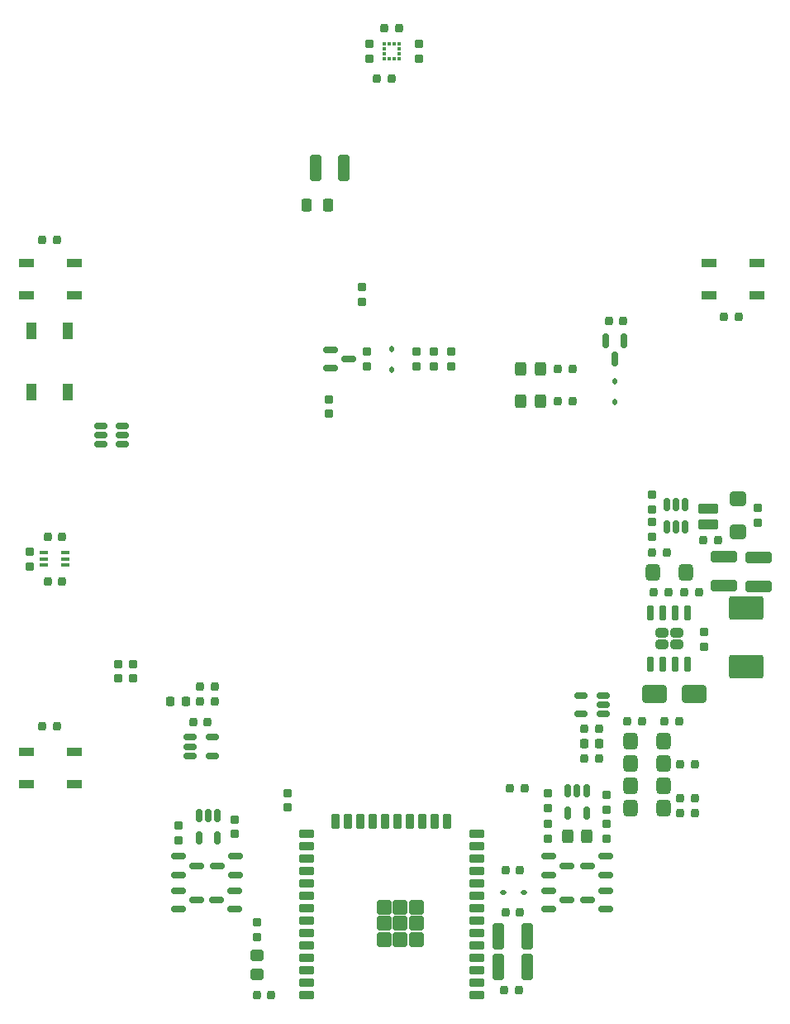
<source format=gbr>
%TF.GenerationSoftware,KiCad,Pcbnew,8.0.3*%
%TF.CreationDate,2024-07-03T22:49:40+02:00*%
%TF.ProjectId,Robuoy-Sub,526f6275-6f79-42d5-9375-622e6b696361,rev?*%
%TF.SameCoordinates,Original*%
%TF.FileFunction,Paste,Top*%
%TF.FilePolarity,Positive*%
%FSLAX46Y46*%
G04 Gerber Fmt 4.6, Leading zero omitted, Abs format (unit mm)*
G04 Created by KiCad (PCBNEW 8.0.3) date 2024-07-03 22:49:40*
%MOMM*%
%LPD*%
G01*
G04 APERTURE LIST*
G04 Aperture macros list*
%AMRoundRect*
0 Rectangle with rounded corners*
0 $1 Rounding radius*
0 $2 $3 $4 $5 $6 $7 $8 $9 X,Y pos of 4 corners*
0 Add a 4 corners polygon primitive as box body*
4,1,4,$2,$3,$4,$5,$6,$7,$8,$9,$2,$3,0*
0 Add four circle primitives for the rounded corners*
1,1,$1+$1,$2,$3*
1,1,$1+$1,$4,$5*
1,1,$1+$1,$6,$7*
1,1,$1+$1,$8,$9*
0 Add four rect primitives between the rounded corners*
20,1,$1+$1,$2,$3,$4,$5,0*
20,1,$1+$1,$4,$5,$6,$7,0*
20,1,$1+$1,$6,$7,$8,$9,0*
20,1,$1+$1,$8,$9,$2,$3,0*%
G04 Aperture macros list end*
%ADD10RoundRect,0.200000X-0.250000X0.200000X-0.250000X-0.200000X0.250000X-0.200000X0.250000X0.200000X0*%
%ADD11RoundRect,0.300000X-0.300000X-0.400000X0.300000X-0.400000X0.300000X0.400000X-0.300000X0.400000X0*%
%ADD12R,1.500000X0.900000*%
%ADD13RoundRect,0.150000X-0.587500X-0.150000X0.587500X-0.150000X0.587500X0.150000X-0.587500X0.150000X0*%
%ADD14RoundRect,0.200000X0.250000X-0.200000X0.250000X0.200000X-0.250000X0.200000X-0.250000X-0.200000X0*%
%ADD15RoundRect,0.375000X0.375000X0.475000X-0.375000X0.475000X-0.375000X-0.475000X0.375000X-0.475000X0*%
%ADD16RoundRect,0.200000X-0.200000X-0.250000X0.200000X-0.250000X0.200000X0.250000X-0.200000X0.250000X0*%
%ADD17RoundRect,0.200000X0.200000X0.250000X-0.200000X0.250000X-0.200000X-0.250000X0.200000X-0.250000X0*%
%ADD18RoundRect,0.250000X-0.325000X-1.100000X0.325000X-1.100000X0.325000X1.100000X-0.325000X1.100000X0*%
%ADD19RoundRect,0.250000X1.100000X-0.325000X1.100000X0.325000X-1.100000X0.325000X-1.100000X-0.325000X0*%
%ADD20RoundRect,0.250000X1.000000X0.650000X-1.000000X0.650000X-1.000000X-0.650000X1.000000X-0.650000X0*%
%ADD21RoundRect,0.150000X0.587500X0.150000X-0.587500X0.150000X-0.587500X-0.150000X0.587500X-0.150000X0*%
%ADD22RoundRect,0.100000X-0.350000X-0.100000X0.350000X-0.100000X0.350000X0.100000X-0.350000X0.100000X0*%
%ADD23RoundRect,0.150000X0.512500X0.150000X-0.512500X0.150000X-0.512500X-0.150000X0.512500X-0.150000X0*%
%ADD24RoundRect,0.150000X-0.150000X0.512500X-0.150000X-0.512500X0.150000X-0.512500X0.150000X0.512500X0*%
%ADD25R,0.350000X0.375000*%
%ADD26R,0.375000X0.350000*%
%ADD27RoundRect,0.112500X-0.187500X-0.112500X0.187500X-0.112500X0.187500X0.112500X-0.187500X0.112500X0*%
%ADD28RoundRect,0.218750X0.218750X0.256250X-0.218750X0.256250X-0.218750X-0.256250X0.218750X-0.256250X0*%
%ADD29RoundRect,0.112500X0.112500X-0.187500X0.112500X0.187500X-0.112500X0.187500X-0.112500X-0.187500X0*%
%ADD30RoundRect,0.230769X1.519231X-0.969231X1.519231X0.969231X-1.519231X0.969231X-1.519231X-0.969231X0*%
%ADD31RoundRect,0.375000X0.475000X-0.375000X0.475000X0.375000X-0.475000X0.375000X-0.475000X-0.375000X0*%
%ADD32RoundRect,0.218750X-0.218750X-0.256250X0.218750X-0.256250X0.218750X0.256250X-0.218750X0.256250X0*%
%ADD33R,1.000000X1.700000*%
%ADD34RoundRect,0.375000X-0.375000X-0.475000X0.375000X-0.475000X0.375000X0.475000X-0.375000X0.475000X0*%
%ADD35RoundRect,0.099705X0.622795X-0.622795X0.622795X0.622795X-0.622795X0.622795X-0.622795X-0.622795X0*%
%ADD36RoundRect,0.225000X0.525000X0.225000X-0.525000X0.225000X-0.525000X-0.225000X0.525000X-0.225000X0*%
%ADD37RoundRect,0.225000X-0.225000X0.525000X-0.225000X-0.525000X0.225000X-0.525000X0.225000X0.525000X0*%
%ADD38RoundRect,0.091346X0.958654X-0.383654X0.958654X0.383654X-0.958654X0.383654X-0.958654X-0.383654X0*%
%ADD39RoundRect,0.275000X0.275000X0.375000X-0.275000X0.375000X-0.275000X-0.375000X0.275000X-0.375000X0*%
%ADD40RoundRect,0.242500X-0.402500X0.242500X-0.402500X-0.242500X0.402500X-0.242500X0.402500X0.242500X0*%
%ADD41RoundRect,0.150000X-0.150000X0.650000X-0.150000X-0.650000X0.150000X-0.650000X0.150000X0.650000X0*%
%ADD42RoundRect,0.150000X-0.150000X0.587500X-0.150000X-0.587500X0.150000X-0.587500X0.150000X0.587500X0*%
%ADD43RoundRect,0.150000X-0.512500X-0.150000X0.512500X-0.150000X0.512500X0.150000X-0.512500X0.150000X0*%
%ADD44RoundRect,0.300000X0.400000X-0.300000X0.400000X0.300000X-0.400000X0.300000X-0.400000X-0.300000X0*%
G04 APERTURE END LIST*
D10*
%TO.C,R113*%
X131906000Y-75296000D03*
X131906000Y-76796000D03*
%TD*%
D11*
%TO.C,D206*%
X143810000Y-124890000D03*
X145810000Y-124890000D03*
%TD*%
D12*
%TO.C,D103*%
X88360000Y-116240000D03*
X88360000Y-119540000D03*
X93260000Y-119540000D03*
X93260000Y-116240000D03*
%TD*%
D13*
%TO.C,Q203*%
X103935000Y-130440000D03*
X103935000Y-132340000D03*
X105810000Y-131390000D03*
%TD*%
D14*
%TO.C,C101*%
X97810000Y-108740000D03*
X97810000Y-107240000D03*
%TD*%
D15*
%TO.C,C204*%
X153672000Y-119734000D03*
X150272000Y-119734000D03*
%TD*%
D16*
%TO.C,C119*%
X90008000Y-113638000D03*
X91508000Y-113638000D03*
%TD*%
D17*
%TO.C,R206*%
X144324000Y-80364000D03*
X142824000Y-80364000D03*
%TD*%
D10*
%TO.C,R208*%
X112040000Y-133690000D03*
X112040000Y-135190000D03*
%TD*%
D17*
%TO.C,R205*%
X154160000Y-99922000D03*
X152660000Y-99922000D03*
%TD*%
D18*
%TO.C,C113*%
X117985000Y-56488000D03*
X120935000Y-56488000D03*
%TD*%
D14*
%TO.C,R213*%
X152480000Y-91395500D03*
X152480000Y-89895500D03*
%TD*%
D19*
%TO.C,C212*%
X159846000Y-99224000D03*
X159846000Y-96274000D03*
%TD*%
D16*
%TO.C,R105*%
X90560000Y-98769000D03*
X92060000Y-98769000D03*
%TD*%
D10*
%TO.C,C106*%
X123524000Y-43800000D03*
X123524000Y-45300000D03*
%TD*%
D13*
%TO.C,Q204*%
X141872500Y-126940000D03*
X141872500Y-128840000D03*
X143747500Y-127890000D03*
%TD*%
D16*
%TO.C,R201*%
X155360000Y-122490000D03*
X156860000Y-122490000D03*
%TD*%
D20*
%TO.C,D202*%
X156766000Y-110336000D03*
X152766000Y-110336000D03*
%TD*%
D15*
%TO.C,C201*%
X153672000Y-122020000D03*
X150272000Y-122020000D03*
%TD*%
D14*
%TO.C,C116*%
X128604000Y-45300000D03*
X128604000Y-43800000D03*
%TD*%
D21*
%TO.C,Q206*%
X147747500Y-128840000D03*
X147747500Y-126940000D03*
X145872500Y-127890000D03*
%TD*%
D16*
%TO.C,C110*%
X145560000Y-113890000D03*
X147060000Y-113890000D03*
%TD*%
D12*
%TO.C,D107*%
X158360000Y-66240000D03*
X158360000Y-69540000D03*
X163260000Y-69540000D03*
X163260000Y-66240000D03*
%TD*%
D10*
%TO.C,R107*%
X123270000Y-75296000D03*
X123270000Y-76796000D03*
%TD*%
D19*
%TO.C,C211*%
X163402000Y-99273000D03*
X163402000Y-96323000D03*
%TD*%
D15*
%TO.C,C203*%
X153672000Y-117448000D03*
X150272000Y-117448000D03*
%TD*%
D16*
%TO.C,R207*%
X142824000Y-77062000D03*
X144324000Y-77062000D03*
%TD*%
D22*
%TO.C,U104*%
X90210000Y-95833000D03*
X90210000Y-96483000D03*
X90210000Y-97133000D03*
X92410000Y-97133000D03*
X92410000Y-96483000D03*
X92410000Y-95833000D03*
%TD*%
D16*
%TO.C,C114*%
X125060000Y-42176000D03*
X126560000Y-42176000D03*
%TD*%
%TO.C,C117*%
X90008000Y-63854000D03*
X91508000Y-63854000D03*
%TD*%
D11*
%TO.C,D203*%
X139018000Y-80364000D03*
X141018000Y-80364000D03*
%TD*%
D23*
%TO.C,U102*%
X98247500Y-84740000D03*
X98247500Y-83790000D03*
X98247500Y-82840000D03*
X95972500Y-82840000D03*
X95972500Y-83790000D03*
X95972500Y-84740000D03*
%TD*%
D11*
%TO.C,D204*%
X139018000Y-77062000D03*
X141018000Y-77062000D03*
%TD*%
D17*
%TO.C,R108*%
X149560000Y-72090000D03*
X148060000Y-72090000D03*
%TD*%
D16*
%TO.C,R109*%
X106160000Y-111090000D03*
X107660000Y-111090000D03*
%TD*%
%TO.C,C205*%
X153762000Y-113130000D03*
X155262000Y-113130000D03*
%TD*%
%TO.C,C118*%
X159858000Y-71728000D03*
X161358000Y-71728000D03*
%TD*%
D14*
%TO.C,C108*%
X119410000Y-81640000D03*
X119410000Y-80140000D03*
%TD*%
D24*
%TO.C,U202*%
X107960000Y-122770000D03*
X107010000Y-122770000D03*
X106060000Y-122770000D03*
X106060000Y-125045000D03*
X107960000Y-125045000D03*
%TD*%
D25*
%TO.C,U103*%
X125060000Y-45312500D03*
X125560000Y-45312500D03*
X126060000Y-45312500D03*
X126560000Y-45312500D03*
D26*
X126572500Y-44800000D03*
X126572500Y-44300000D03*
D25*
X126560000Y-43787500D03*
X126060000Y-43787500D03*
X125560000Y-43787500D03*
X125060000Y-43787500D03*
D26*
X125047500Y-44300000D03*
X125047500Y-44800000D03*
%TD*%
D27*
%TO.C,D201*%
X137260000Y-130656000D03*
X139360000Y-130656000D03*
%TD*%
D21*
%TO.C,Q205*%
X109810000Y-128840000D03*
X109810000Y-126940000D03*
X107935000Y-127890000D03*
%TD*%
D28*
%TO.C,D106*%
X147097500Y-115390000D03*
X145522500Y-115390000D03*
%TD*%
D17*
%TO.C,C111*%
X106960000Y-113190000D03*
X105460000Y-113190000D03*
%TD*%
D24*
%TO.C,U203*%
X145760000Y-120252500D03*
X144810000Y-120252500D03*
X143860000Y-120252500D03*
X143860000Y-122527500D03*
X145760000Y-122527500D03*
%TD*%
D12*
%TO.C,D104*%
X88360000Y-66240000D03*
X88360000Y-69540000D03*
X93260000Y-69540000D03*
X93260000Y-66240000D03*
%TD*%
D18*
%TO.C,C103*%
X136735000Y-138290000D03*
X139685000Y-138290000D03*
%TD*%
D10*
%TO.C,R102*%
X99334000Y-107240000D03*
X99334000Y-108740000D03*
%TD*%
D29*
%TO.C,D101*%
X125810000Y-77096000D03*
X125810000Y-74996000D03*
%TD*%
D14*
%TO.C,C115*%
X88770000Y-97233000D03*
X88770000Y-95733000D03*
%TD*%
%TO.C,R211*%
X141810000Y-125140000D03*
X141810000Y-123640000D03*
%TD*%
D23*
%TO.C,U106*%
X147447500Y-112340000D03*
X147447500Y-111390000D03*
X147447500Y-110440000D03*
X145172500Y-110440000D03*
X145172500Y-112340000D03*
%TD*%
D13*
%TO.C,Q202*%
X141872500Y-130440000D03*
X141872500Y-132340000D03*
X143747500Y-131390000D03*
%TD*%
D14*
%TO.C,C217*%
X141812000Y-122008000D03*
X141812000Y-120508000D03*
%TD*%
D30*
%TO.C,L201*%
X162135643Y-107538081D03*
X162135643Y-101538081D03*
%TD*%
D31*
%TO.C,C214*%
X161304000Y-93748000D03*
X161304000Y-90348000D03*
%TD*%
D14*
%TO.C,C210*%
X109710000Y-124657500D03*
X109710000Y-123157500D03*
%TD*%
D21*
%TO.C,Q201*%
X109747500Y-132340000D03*
X109747500Y-130440000D03*
X107872500Y-131390000D03*
%TD*%
D32*
%TO.C,D105*%
X103122500Y-111090000D03*
X104697500Y-111090000D03*
%TD*%
D33*
%TO.C,SW103*%
X88858000Y-79450000D03*
X88858000Y-73150000D03*
X92658000Y-79450000D03*
X92658000Y-73150000D03*
%TD*%
D34*
%TO.C,C218*%
X152558000Y-97890000D03*
X155958000Y-97890000D03*
%TD*%
D16*
%TO.C,C207*%
X137460000Y-128370000D03*
X138960000Y-128370000D03*
%TD*%
D17*
%TO.C,R204*%
X157294000Y-99922000D03*
X155794000Y-99922000D03*
%TD*%
D35*
%TO.C,U101*%
X125010000Y-135462000D03*
X126670000Y-135462000D03*
X128330000Y-135462000D03*
X125010000Y-133802000D03*
X126670000Y-133802000D03*
X128330000Y-133802000D03*
X125010000Y-132142000D03*
X126670000Y-132142000D03*
X128330000Y-132142000D03*
D36*
X134560000Y-141147000D03*
X134560000Y-139877000D03*
X134560000Y-138607000D03*
X134560000Y-137337000D03*
X134560000Y-136067000D03*
X134560000Y-134797000D03*
X134560000Y-133527000D03*
X134560000Y-132257000D03*
X134560000Y-130987000D03*
X134560000Y-129717000D03*
X134560000Y-128447000D03*
X134560000Y-127177000D03*
X134560000Y-125907000D03*
X134560000Y-124637000D03*
D37*
X131525000Y-123387000D03*
X130255000Y-123387000D03*
X128985000Y-123387000D03*
X127715000Y-123387000D03*
X126445000Y-123387000D03*
X125175000Y-123387000D03*
X123905000Y-123387000D03*
X122635000Y-123387000D03*
X121365000Y-123387000D03*
X120095000Y-123387000D03*
D36*
X117060000Y-124637000D03*
X117060000Y-125907000D03*
X117060000Y-127177000D03*
X117060000Y-128447000D03*
X117060000Y-129717000D03*
X117060000Y-130987000D03*
X117060000Y-132257000D03*
X117060000Y-133527000D03*
X117060000Y-134797000D03*
X117060000Y-136067000D03*
X117060000Y-137337000D03*
X117060000Y-138607000D03*
X117060000Y-139877000D03*
X117060000Y-141147000D03*
%TD*%
D16*
%TO.C,R203*%
X155360000Y-120990000D03*
X156860000Y-120990000D03*
%TD*%
%TO.C,C215*%
X157760000Y-94588000D03*
X159260000Y-94588000D03*
%TD*%
D15*
%TO.C,C202*%
X153672000Y-115162000D03*
X150272000Y-115162000D03*
%TD*%
D29*
%TO.C,D102*%
X148654000Y-80398000D03*
X148654000Y-78298000D03*
%TD*%
D17*
%TO.C,C109*%
X125798000Y-47344000D03*
X124298000Y-47344000D03*
%TD*%
D16*
%TO.C,R104*%
X90560000Y-94197000D03*
X92060000Y-94197000D03*
%TD*%
D17*
%TO.C,C206*%
X151452000Y-113130000D03*
X149952000Y-113130000D03*
%TD*%
D14*
%TO.C,C209*%
X147810000Y-122140000D03*
X147810000Y-120640000D03*
%TD*%
D38*
%TO.C,L202*%
X158256000Y-92994500D03*
X158256000Y-91344500D03*
%TD*%
D17*
%TO.C,R202*%
X156860000Y-117490000D03*
X155360000Y-117490000D03*
%TD*%
D16*
%TO.C,C219*%
X152492000Y-95858000D03*
X153992000Y-95858000D03*
%TD*%
D14*
%TO.C,R209*%
X103966000Y-125310000D03*
X103966000Y-123810000D03*
%TD*%
%TO.C,C107*%
X122762000Y-70192000D03*
X122762000Y-68692000D03*
%TD*%
D18*
%TO.C,C102*%
X136735000Y-135090000D03*
X139685000Y-135090000D03*
%TD*%
D14*
%TO.C,R212*%
X152480000Y-94189500D03*
X152480000Y-92689500D03*
%TD*%
D16*
%TO.C,R111*%
X106160000Y-109590000D03*
X107660000Y-109590000D03*
%TD*%
D14*
%TO.C,C208*%
X157814000Y-105498000D03*
X157814000Y-103998000D03*
%TD*%
D13*
%TO.C,Q207*%
X103935000Y-126940000D03*
X103935000Y-128840000D03*
X105810000Y-127890000D03*
%TD*%
D39*
%TO.C,FB101*%
X119290000Y-60298000D03*
X117090000Y-60298000D03*
%TD*%
D40*
%TO.C,U201*%
X155058000Y-104056000D03*
X153458000Y-104056000D03*
X155058000Y-105256000D03*
X153458000Y-105256000D03*
D41*
X156163000Y-102006000D03*
X154893000Y-102006000D03*
X153623000Y-102006000D03*
X152353000Y-102006000D03*
X152353000Y-107306000D03*
X153623000Y-107306000D03*
X154893000Y-107306000D03*
X156163000Y-107306000D03*
%TD*%
D24*
%TO.C,U204*%
X155904000Y-90910500D03*
X154954000Y-90910500D03*
X154004000Y-90910500D03*
X154004000Y-93185500D03*
X154954000Y-93185500D03*
X155904000Y-93185500D03*
%TD*%
D10*
%TO.C,R106*%
X128350000Y-75296000D03*
X128350000Y-76796000D03*
%TD*%
D14*
%TO.C,C213*%
X163336000Y-92798000D03*
X163336000Y-91298000D03*
%TD*%
D16*
%TO.C,C105*%
X137360000Y-140590000D03*
X138860000Y-140590000D03*
%TD*%
D10*
%TO.C,R210*%
X147810000Y-123640000D03*
X147810000Y-125140000D03*
%TD*%
D42*
%TO.C,Q102*%
X149604000Y-74152500D03*
X147704000Y-74152500D03*
X148654000Y-76027500D03*
%TD*%
D13*
%TO.C,Q101*%
X119538500Y-75096000D03*
X119538500Y-76996000D03*
X121413500Y-76046000D03*
%TD*%
D10*
%TO.C,R101*%
X115110000Y-120440000D03*
X115110000Y-121940000D03*
%TD*%
D16*
%TO.C,C104*%
X137460000Y-132690000D03*
X138960000Y-132690000D03*
%TD*%
D17*
%TO.C,R110*%
X147060000Y-116890000D03*
X145560000Y-116890000D03*
%TD*%
D16*
%TO.C,C216*%
X111980000Y-141140000D03*
X113480000Y-141140000D03*
%TD*%
D21*
%TO.C,Q208*%
X147747500Y-132340000D03*
X147747500Y-130440000D03*
X145872500Y-131390000D03*
%TD*%
D43*
%TO.C,U105*%
X105172500Y-114740000D03*
X105172500Y-115690000D03*
X105172500Y-116640000D03*
X107447500Y-116640000D03*
X107447500Y-114740000D03*
%TD*%
D44*
%TO.C,D205*%
X112010000Y-139030000D03*
X112010000Y-137030000D03*
%TD*%
D14*
%TO.C,C112*%
X130128000Y-76784000D03*
X130128000Y-75284000D03*
%TD*%
D16*
%TO.C,R112*%
X137960000Y-119990000D03*
X139460000Y-119990000D03*
%TD*%
M02*

</source>
